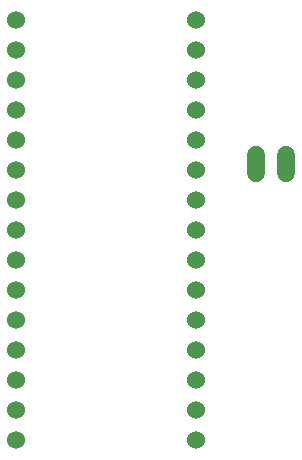
<source format=gbr>
G04 EAGLE Gerber RS-274X export*
G75*
%MOMM*%
%FSLAX34Y34*%
%LPD*%
%INBottom Copper*%
%IPPOS*%
%AMOC8*
5,1,8,0,0,1.08239X$1,22.5*%
G01*
%ADD10C,1.524000*%
%ADD11C,1.524000*%


D10*
X145200Y218600D03*
X145200Y244000D03*
X145200Y269400D03*
X145200Y294800D03*
X145200Y320200D03*
X145200Y345600D03*
X145200Y193200D03*
X145200Y167800D03*
X145200Y142400D03*
X145200Y117000D03*
X145200Y91600D03*
X145200Y66200D03*
X145200Y40800D03*
X145200Y371000D03*
X145200Y396400D03*
X297600Y218600D03*
X297600Y193200D03*
X297600Y167800D03*
X297600Y142400D03*
X297600Y117000D03*
X297600Y91600D03*
X297600Y244000D03*
X297600Y269400D03*
X297600Y294800D03*
X297600Y320200D03*
X297600Y345600D03*
X297600Y371000D03*
X297600Y396400D03*
X297600Y66200D03*
X297600Y40800D03*
D11*
X373600Y267080D02*
X373600Y282320D01*
X348200Y282320D02*
X348200Y267080D01*
M02*

</source>
